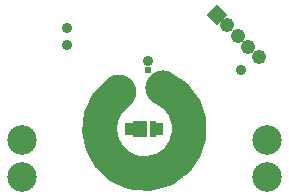
<source format=gts>
G04 Layer_Color=8388736*
%FSLAX25Y25*%
%MOIN*%
G70*
G01*
G75*
%ADD27C,0.11811*%
%ADD28R,0.03359X0.03950*%
%ADD29R,0.04816X0.05288*%
%ADD30R,0.01981X0.05288*%
%ADD31R,0.08674X0.02375*%
%ADD32R,0.02375X0.02375*%
%ADD33C,0.09855*%
%ADD34C,0.04761*%
G04:AMPARAMS|DCode=35|XSize=47.59mil|YSize=47.61mil|CornerRadius=0mil|HoleSize=0mil|Usage=FLASHONLY|Rotation=315.000|XOffset=0mil|YOffset=0mil|HoleType=Round|Shape=Rectangle|*
%AMROTATEDRECTD35*
4,1,4,-0.03366,-0.00001,0.00001,0.03366,0.03366,0.00001,-0.00001,-0.03366,-0.03366,-0.00001,0.0*
%
%ADD35ROTATEDRECTD35*%

%ADD36C,0.03500*%
D27*
X-8581Y12255D02*
G03*
X6085Y13668I8581J-12255D01*
G01*
D28*
X4648Y0D02*
D03*
X-4742D02*
D03*
D29*
X-1494D02*
D03*
D30*
X2876D02*
D03*
D31*
X157Y-19098D02*
D03*
D32*
X1000Y19600D02*
D03*
D33*
X40945Y-15905D02*
D03*
Y-3701D02*
D03*
X-40945Y-15905D02*
D03*
Y-3701D02*
D03*
D34*
X34607Y27393D02*
D03*
X31071Y30929D02*
D03*
X38142Y23858D02*
D03*
X27536Y34464D02*
D03*
D35*
X24000Y38000D02*
D03*
D36*
X-26000Y33500D02*
D03*
Y28000D02*
D03*
X1000Y22500D02*
D03*
X32000Y19500D02*
D03*
M02*

</source>
